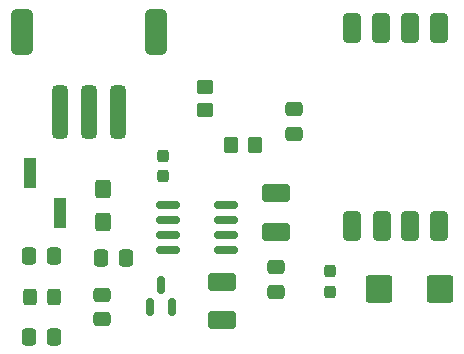
<source format=gbr>
%TF.GenerationSoftware,KiCad,Pcbnew,(7.0.0-0)*%
%TF.CreationDate,2023-04-15T16:17:14+02:00*%
%TF.ProjectId,MPX5100DP-SMD-board,4d505835-3130-4304-9450-2d534d442d62,0.99*%
%TF.SameCoordinates,Original*%
%TF.FileFunction,Paste,Bot*%
%TF.FilePolarity,Positive*%
%FSLAX46Y46*%
G04 Gerber Fmt 4.6, Leading zero omitted, Abs format (unit mm)*
G04 Created by KiCad (PCBNEW (7.0.0-0)) date 2023-04-15 16:17:14*
%MOMM*%
%LPD*%
G01*
G04 APERTURE LIST*
G04 Aperture macros list*
%AMRoundRect*
0 Rectangle with rounded corners*
0 $1 Rounding radius*
0 $2 $3 $4 $5 $6 $7 $8 $9 X,Y pos of 4 corners*
0 Add a 4 corners polygon primitive as box body*
4,1,4,$2,$3,$4,$5,$6,$7,$8,$9,$2,$3,0*
0 Add four circle primitives for the rounded corners*
1,1,$1+$1,$2,$3*
1,1,$1+$1,$4,$5*
1,1,$1+$1,$6,$7*
1,1,$1+$1,$8,$9*
0 Add four rect primitives between the rounded corners*
20,1,$1+$1,$2,$3,$4,$5,0*
20,1,$1+$1,$4,$5,$6,$7,0*
20,1,$1+$1,$6,$7,$8,$9,0*
20,1,$1+$1,$8,$9,$2,$3,0*%
G04 Aperture macros list end*
%ADD10RoundRect,0.250000X-0.337500X-0.475000X0.337500X-0.475000X0.337500X0.475000X-0.337500X0.475000X0*%
%ADD11RoundRect,0.250000X0.337500X0.475000X-0.337500X0.475000X-0.337500X-0.475000X0.337500X-0.475000X0*%
%ADD12RoundRect,0.250001X-0.924999X0.499999X-0.924999X-0.499999X0.924999X-0.499999X0.924999X0.499999X0*%
%ADD13RoundRect,0.150000X0.825000X0.150000X-0.825000X0.150000X-0.825000X-0.150000X0.825000X-0.150000X0*%
%ADD14RoundRect,0.250000X0.475000X-0.337500X0.475000X0.337500X-0.475000X0.337500X-0.475000X-0.337500X0*%
%ADD15RoundRect,0.250000X-0.875000X-0.925000X0.875000X-0.925000X0.875000X0.925000X-0.875000X0.925000X0*%
%ADD16RoundRect,0.237500X0.237500X-0.287500X0.237500X0.287500X-0.237500X0.287500X-0.237500X-0.287500X0*%
%ADD17RoundRect,0.380000X0.380000X0.890000X-0.380000X0.890000X-0.380000X-0.890000X0.380000X-0.890000X0*%
%ADD18R,1.000000X2.510000*%
%ADD19RoundRect,0.150000X0.150000X-0.587500X0.150000X0.587500X-0.150000X0.587500X-0.150000X-0.587500X0*%
%ADD20RoundRect,0.460375X-0.460375X-1.495425X0.460375X-1.495425X0.460375X1.495425X-0.460375X1.495425X0*%
%ADD21RoundRect,0.325000X-0.325000X1.925000X-0.325000X-1.925000X0.325000X-1.925000X0.325000X1.925000X0*%
%ADD22RoundRect,0.250000X-0.450000X0.350000X-0.450000X-0.350000X0.450000X-0.350000X0.450000X0.350000X0*%
%ADD23RoundRect,0.250000X0.325000X0.450000X-0.325000X0.450000X-0.325000X-0.450000X0.325000X-0.450000X0*%
%ADD24RoundRect,0.250000X-0.475000X0.337500X-0.475000X-0.337500X0.475000X-0.337500X0.475000X0.337500X0*%
%ADD25RoundRect,0.250000X0.350000X0.450000X-0.350000X0.450000X-0.350000X-0.450000X0.350000X-0.450000X0*%
%ADD26RoundRect,0.237500X-0.237500X0.287500X-0.237500X-0.287500X0.237500X-0.287500X0.237500X0.287500X0*%
%ADD27RoundRect,0.250000X0.425000X-0.537500X0.425000X0.537500X-0.425000X0.537500X-0.425000X-0.537500X0*%
G04 APERTURE END LIST*
D10*
%TO.C,C9*%
X55199000Y-41656000D03*
X57274000Y-41656000D03*
%TD*%
D11*
%TO.C,C8*%
X57274000Y-48514000D03*
X55199000Y-48514000D03*
%TD*%
D12*
%TO.C,C1*%
X76070000Y-36348000D03*
X76070000Y-39598000D03*
%TD*%
D10*
%TO.C,C6*%
X61295000Y-41783000D03*
X63370000Y-41783000D03*
%TD*%
D13*
%TO.C,U1*%
X71879000Y-37338000D03*
X71879000Y-38608000D03*
X71879000Y-39878000D03*
X71879000Y-41148000D03*
X66929000Y-41148000D03*
X66929000Y-39878000D03*
X66929000Y-38608000D03*
X66929000Y-37338000D03*
%TD*%
D14*
%TO.C,C3*%
X76070000Y-44704000D03*
X76070000Y-42629000D03*
%TD*%
D15*
%TO.C,C7*%
X84836000Y-44450000D03*
X89936000Y-44450000D03*
%TD*%
D12*
%TO.C,C2*%
X71501000Y-43815000D03*
X71501000Y-47065000D03*
%TD*%
D16*
%TO.C,D2*%
X80645000Y-44690000D03*
X80645000Y-42940000D03*
%TD*%
D17*
%TO.C,U3*%
X89900632Y-39079092D03*
X87411432Y-39079092D03*
X85074632Y-39079092D03*
X82534632Y-39079092D03*
X82534632Y-22319092D03*
X84989965Y-22319092D03*
X87445298Y-22319092D03*
X89900632Y-22319092D03*
%TD*%
D18*
%TO.C,J2*%
X57781999Y-37976999D03*
X55241999Y-34666999D03*
%TD*%
D19*
%TO.C,U2*%
X67307000Y-45974000D03*
X65407000Y-45974000D03*
X66357000Y-44099000D03*
%TD*%
D20*
%TO.C,J1*%
X54565550Y-22682200D03*
X65938400Y-22656800D03*
D21*
X57759600Y-29464000D03*
X60248800Y-29464000D03*
X62738000Y-29464000D03*
%TD*%
D22*
%TO.C,R1*%
X70084000Y-27305000D03*
X70084000Y-29305000D03*
%TD*%
D23*
%TO.C,L1*%
X57274000Y-45085000D03*
X55224000Y-45085000D03*
%TD*%
D24*
%TO.C,C10*%
X77597000Y-29210000D03*
X77597000Y-31285000D03*
%TD*%
D25*
%TO.C,R2*%
X74279000Y-32258000D03*
X72279000Y-32258000D03*
%TD*%
D26*
%TO.C,D1*%
X66545000Y-33161000D03*
X66545000Y-34911000D03*
%TD*%
D27*
%TO.C,C4*%
X61465000Y-38816000D03*
X61465000Y-35941000D03*
%TD*%
D24*
%TO.C,C5*%
X61338000Y-44936500D03*
X61338000Y-47011500D03*
%TD*%
M02*

</source>
